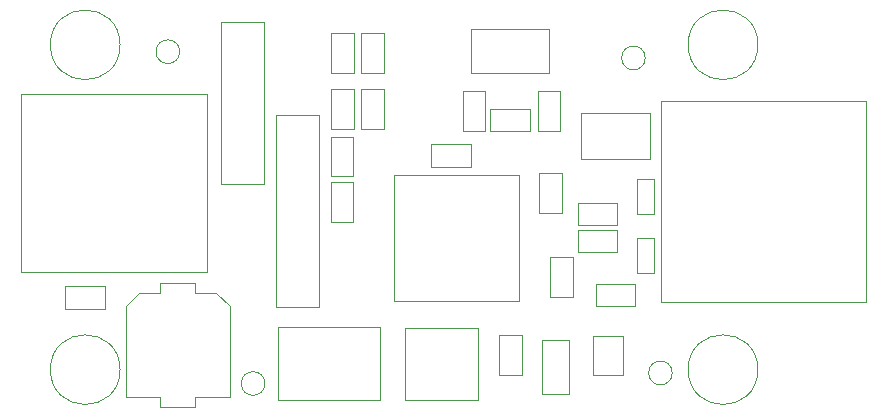
<source format=gbr>
%TF.GenerationSoftware,KiCad,Pcbnew,6.0.7+dfsg-1~bpo11+1*%
%TF.CreationDate,2022-09-27T16:50:08+00:00*%
%TF.ProjectId,t1,74312e6b-6963-4616-945f-706362585858,${git_hash}*%
%TF.SameCoordinates,Original*%
%TF.FileFunction,Other,User*%
%FSLAX46Y46*%
G04 Gerber Fmt 4.6, Leading zero omitted, Abs format (unit mm)*
G04 Created by KiCad (PCBNEW 6.0.7+dfsg-1~bpo11+1) date 2022-09-27 16:50:08*
%MOMM*%
%LPD*%
G01*
G04 APERTURE LIST*
%ADD10C,0.050000*%
G04 APERTURE END LIST*
D10*
%TO.C,C1*%
X132335400Y-90494400D02*
X132335400Y-89644400D01*
X134085400Y-90494400D02*
X135235400Y-91644400D01*
X126435400Y-91644400D02*
X126435400Y-99294400D01*
X129335400Y-99294400D02*
X126435400Y-99294400D01*
X132335400Y-99294400D02*
X132335400Y-100144400D01*
X135235400Y-91644400D02*
X135235400Y-99294400D01*
X132335400Y-89644400D02*
X129335400Y-89644400D01*
X132335400Y-100144400D02*
X129335400Y-100144400D01*
X129335400Y-89644400D02*
X129335400Y-90494400D01*
X129335400Y-100144400D02*
X129335400Y-99294400D01*
X135235400Y-99294400D02*
X132335400Y-99294400D01*
X127585400Y-90494400D02*
X126435400Y-91644400D01*
X129335400Y-90494400D02*
X127585400Y-90494400D01*
X134085400Y-90494400D02*
X132335400Y-90494400D01*
%TO.C,C2*%
X121320000Y-91850000D02*
X121320000Y-89950000D01*
X121320000Y-89950000D02*
X124680000Y-89950000D01*
X124680000Y-91850000D02*
X121320000Y-91850000D01*
X124680000Y-89950000D02*
X124680000Y-91850000D01*
%TO.C,C3*%
X161310000Y-76796000D02*
X161310000Y-73436000D01*
X161310000Y-73436000D02*
X163210000Y-73436000D01*
X163210000Y-76796000D02*
X161310000Y-76796000D01*
X163210000Y-73436000D02*
X163210000Y-76796000D01*
%TO.C,C4*%
X156860000Y-73436000D02*
X156860000Y-76796000D01*
X154960000Y-76796000D02*
X154960000Y-73436000D01*
X154960000Y-73436000D02*
X156860000Y-73436000D01*
X156860000Y-76796000D02*
X154960000Y-76796000D01*
%TO.C,C5*%
X164272000Y-87474000D02*
X164272000Y-90834000D01*
X164272000Y-90834000D02*
X162372000Y-90834000D01*
X162372000Y-90834000D02*
X162372000Y-87474000D01*
X162372000Y-87474000D02*
X164272000Y-87474000D01*
%TO.C,C7*%
X155654800Y-77917000D02*
X155654800Y-79817000D01*
X152294800Y-79817000D02*
X152294800Y-77917000D01*
X155654800Y-79817000D02*
X152294800Y-79817000D01*
X152294800Y-77917000D02*
X155654800Y-77917000D01*
%TO.C,C8*%
X145704600Y-80648600D02*
X143804600Y-80648600D01*
X143804600Y-80648600D02*
X143804600Y-77288600D01*
X145704600Y-77288600D02*
X145704600Y-80648600D01*
X143804600Y-77288600D02*
X145704600Y-77288600D01*
%TO.C,D1*%
X161694000Y-99054000D02*
X161694000Y-94494000D01*
X163934000Y-94494000D02*
X163934000Y-99054000D01*
X161694000Y-94494000D02*
X163934000Y-94494000D01*
X163934000Y-99054000D02*
X161694000Y-99054000D01*
%TO.C,D2*%
X148270000Y-73270000D02*
X148270000Y-76630000D01*
X146370000Y-76630000D02*
X146370000Y-73270000D01*
X148270000Y-76630000D02*
X146370000Y-76630000D01*
X146370000Y-73270000D02*
X148270000Y-73270000D01*
%TO.C,D3*%
X145730000Y-76630000D02*
X143830000Y-76630000D01*
X145730000Y-73270000D02*
X145730000Y-76630000D01*
X143830000Y-73270000D02*
X145730000Y-73270000D01*
X143830000Y-76630000D02*
X143830000Y-73270000D01*
%TO.C,F1*%
X164944000Y-75266000D02*
X170844000Y-75266000D01*
X164944000Y-79166000D02*
X164944000Y-75266000D01*
X170844000Y-75266000D02*
X170844000Y-79166000D01*
X170844000Y-79166000D02*
X164944000Y-79166000D01*
%TO.C,FB1*%
X166214000Y-91628000D02*
X166214000Y-89728000D01*
X166214000Y-89728000D02*
X169574000Y-89728000D01*
X169574000Y-91628000D02*
X166214000Y-91628000D01*
X169574000Y-89728000D02*
X169574000Y-91628000D01*
%TO.C,FID1*%
X170418000Y-70612000D02*
G75*
G03*
X170418000Y-70612000I-1000000J0D01*
G01*
%TO.C,FID2*%
X172704000Y-97282000D02*
G75*
G03*
X172704000Y-97282000I-1000000J0D01*
G01*
%TO.C,FID3*%
X130997200Y-70078600D02*
G75*
G03*
X130997200Y-70078600I-1000000J0D01*
G01*
%TO.C,FID4*%
X138210800Y-98171000D02*
G75*
G03*
X138210800Y-98171000I-1000000J0D01*
G01*
%TO.C,H1*%
X179950000Y-97000000D02*
G75*
G03*
X179950000Y-97000000I-2950000J0D01*
G01*
%TO.C,H2*%
X125950000Y-97000000D02*
G75*
G03*
X125950000Y-97000000I-2950000J0D01*
G01*
%TO.C,H3*%
X125950000Y-69500000D02*
G75*
G03*
X125950000Y-69500000I-2950000J0D01*
G01*
%TO.C,H4*%
X179950000Y-69500000D02*
G75*
G03*
X179950000Y-69500000I-2950000J0D01*
G01*
%TO.C,J1*%
X117600000Y-88700000D02*
X117600000Y-73700000D01*
X133300000Y-88700000D02*
X133300000Y-73700000D01*
X117600000Y-73700000D02*
X133300000Y-73700000D01*
X117600000Y-88700000D02*
X133300000Y-88700000D01*
%TO.C,J3*%
X134500000Y-67550000D02*
X134500000Y-81300000D01*
X138100000Y-67550000D02*
X134500000Y-67550000D01*
X138100000Y-81300000D02*
X138100000Y-67550000D01*
X134500000Y-81300000D02*
X138100000Y-81300000D01*
%TO.C,J4*%
X156242000Y-99600000D02*
X156242000Y-93450000D01*
X156242000Y-93450000D02*
X150092000Y-93450000D01*
X150092000Y-99600000D02*
X156242000Y-99600000D01*
X150092000Y-93450000D02*
X150092000Y-99600000D01*
%TO.C,J5*%
X139322400Y-99564600D02*
X147972400Y-99564600D01*
X147972400Y-99564600D02*
X147972400Y-93414600D01*
X147972400Y-93414600D02*
X139322400Y-93414600D01*
X139322400Y-93414600D02*
X139322400Y-99564600D01*
%TO.C,J6*%
X139170000Y-75416000D02*
X139170000Y-91716000D01*
X142770000Y-75416000D02*
X139170000Y-75416000D01*
X139170000Y-91716000D02*
X142770000Y-91716000D01*
X142770000Y-91716000D02*
X142770000Y-75416000D01*
%TO.C,JP1*%
X166009000Y-97433400D02*
X166009000Y-94133400D01*
X168509000Y-94133400D02*
X166009000Y-94133400D01*
X166009000Y-97433400D02*
X168509000Y-97433400D01*
X168509000Y-94133400D02*
X168509000Y-97433400D01*
%TO.C,R1*%
X168050000Y-85156000D02*
X168050000Y-87056000D01*
X164690000Y-85156000D02*
X168050000Y-85156000D01*
X168050000Y-87056000D02*
X164690000Y-87056000D01*
X164690000Y-87056000D02*
X164690000Y-85156000D01*
%TO.C,R2*%
X164690000Y-82870000D02*
X168050000Y-82870000D01*
X168050000Y-82870000D02*
X168050000Y-84770000D01*
X164690000Y-84770000D02*
X164690000Y-82870000D01*
X168050000Y-84770000D02*
X164690000Y-84770000D01*
%TO.C,R3*%
X160638000Y-76828000D02*
X157278000Y-76828000D01*
X157278000Y-74928000D02*
X160638000Y-74928000D01*
X157278000Y-76828000D02*
X157278000Y-74928000D01*
X160638000Y-74928000D02*
X160638000Y-76828000D01*
%TO.C,R4*%
X158054000Y-97438000D02*
X158054000Y-94078000D01*
X158054000Y-94078000D02*
X159954000Y-94078000D01*
X159954000Y-94078000D02*
X159954000Y-97438000D01*
X159954000Y-97438000D02*
X158054000Y-97438000D01*
%TO.C,R5*%
X143804600Y-81124000D02*
X145704600Y-81124000D01*
X145704600Y-84484000D02*
X143804600Y-84484000D01*
X145704600Y-81124000D02*
X145704600Y-84484000D01*
X143804600Y-84484000D02*
X143804600Y-81124000D01*
%TO.C,R6*%
X146370000Y-68494800D02*
X148270000Y-68494800D01*
X148270000Y-68494800D02*
X148270000Y-71854800D01*
X148270000Y-71854800D02*
X146370000Y-71854800D01*
X146370000Y-71854800D02*
X146370000Y-68494800D01*
%TO.C,R7*%
X145730000Y-68494800D02*
X145730000Y-71854800D01*
X143830000Y-71854800D02*
X143830000Y-68494800D01*
X143830000Y-68494800D02*
X145730000Y-68494800D01*
X145730000Y-71854800D02*
X143830000Y-71854800D01*
%TO.C,VR1*%
X169704000Y-88830500D02*
X169704000Y-85870500D01*
X171164000Y-85870500D02*
X171164000Y-88830500D01*
X169704000Y-85870500D02*
X171164000Y-85870500D01*
X171164000Y-88830500D02*
X169704000Y-88830500D01*
%TO.C,Y1*%
X155627800Y-68127800D02*
X155627800Y-71927800D01*
X162227800Y-71927800D02*
X162227800Y-68127800D01*
X155627800Y-71927800D02*
X162227800Y-71927800D01*
X162227800Y-68127800D02*
X155627800Y-68127800D01*
%TO.C,J2*%
X189142000Y-91284000D02*
X189142000Y-74284000D01*
X171742000Y-74284000D02*
X171742000Y-91284000D01*
X171742000Y-91284000D02*
X189142000Y-91284000D01*
X189142000Y-74284000D02*
X171742000Y-74284000D01*
%TO.C,U1*%
X159732000Y-80552000D02*
X159732000Y-91152000D01*
X149132000Y-80552000D02*
X149132000Y-91152000D01*
X159732000Y-80552000D02*
X149132000Y-80552000D01*
X159732000Y-91152000D02*
X149132000Y-91152000D01*
%TO.C,VR2*%
X169704000Y-83801400D02*
X169704000Y-80841400D01*
X171164000Y-80841400D02*
X171164000Y-83801400D01*
X171164000Y-83801400D02*
X169704000Y-83801400D01*
X169704000Y-80841400D02*
X171164000Y-80841400D01*
%TO.C,C6*%
X163332200Y-80387400D02*
X163332200Y-83747400D01*
X161432200Y-83747400D02*
X161432200Y-80387400D01*
X161432200Y-80387400D02*
X163332200Y-80387400D01*
X163332200Y-83747400D02*
X161432200Y-83747400D01*
%TD*%
M02*

</source>
